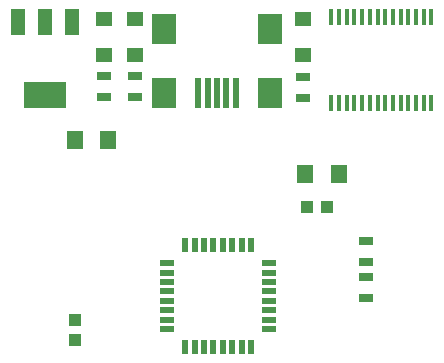
<source format=gtp>
G75*
G70*
%OFA0B0*%
%FSLAX24Y24*%
%IPPOS*%
%LPD*%
%AMOC8*
5,1,8,0,0,1.08239X$1,22.5*
%
%ADD10R,0.0500X0.0220*%
%ADD11R,0.0220X0.0500*%
%ADD12R,0.0472X0.0315*%
%ADD13R,0.0137X0.0550*%
%ADD14R,0.0551X0.0472*%
%ADD15R,0.0197X0.0984*%
%ADD16R,0.0787X0.0984*%
%ADD17R,0.0480X0.0880*%
%ADD18R,0.1417X0.0866*%
%ADD19R,0.0551X0.0630*%
%ADD20R,0.0394X0.0433*%
%ADD21R,0.0433X0.0394*%
D10*
X006511Y009039D03*
X006511Y009354D03*
X006511Y009669D03*
X006511Y009984D03*
X006511Y010299D03*
X006511Y010614D03*
X006511Y010929D03*
X006511Y011243D03*
X009891Y011243D03*
X009891Y010929D03*
X009891Y010614D03*
X009891Y010299D03*
X009891Y009984D03*
X009891Y009669D03*
X009891Y009354D03*
X009891Y009039D03*
D11*
X009303Y008451D03*
X008989Y008451D03*
X008674Y008451D03*
X008359Y008451D03*
X008044Y008451D03*
X007729Y008451D03*
X007414Y008451D03*
X007099Y008451D03*
X007099Y011831D03*
X007414Y011831D03*
X007729Y011831D03*
X008044Y011831D03*
X008359Y011831D03*
X008674Y011831D03*
X008989Y011831D03*
X009303Y011831D03*
D12*
X013141Y011985D03*
X013141Y011277D03*
X013141Y010795D03*
X013141Y010087D03*
X011021Y016747D03*
X011021Y017455D03*
X005421Y017495D03*
X005421Y016787D03*
X004381Y016787D03*
X004381Y017495D03*
D13*
X011978Y016572D03*
X012234Y016572D03*
X012490Y016572D03*
X012745Y016572D03*
X013001Y016572D03*
X013257Y016572D03*
X013513Y016572D03*
X013769Y016572D03*
X014025Y016572D03*
X014281Y016572D03*
X014537Y016572D03*
X014793Y016572D03*
X015049Y016572D03*
X015304Y016572D03*
X015304Y019450D03*
X015049Y019450D03*
X014793Y019450D03*
X014537Y019450D03*
X014281Y019450D03*
X014025Y019450D03*
X013769Y019450D03*
X013513Y019450D03*
X013257Y019450D03*
X013001Y019450D03*
X012745Y019450D03*
X012490Y019450D03*
X012234Y019450D03*
X011978Y019450D03*
D14*
X011021Y019372D03*
X011021Y018191D03*
X005421Y018191D03*
X005421Y019372D03*
X004381Y019372D03*
X004381Y018191D03*
D15*
X007531Y016897D03*
X007846Y016897D03*
X008161Y016897D03*
X008476Y016897D03*
X008791Y016897D03*
D16*
X009933Y016897D03*
X009933Y019062D03*
X006389Y019062D03*
X006389Y016897D03*
D17*
X003341Y019291D03*
X002431Y019291D03*
X001521Y019291D03*
D18*
X002431Y016851D03*
D19*
X003430Y015341D03*
X004532Y015341D03*
X011110Y014221D03*
X012212Y014221D03*
D20*
X003421Y008686D03*
X003421Y009356D03*
D21*
X011166Y013101D03*
X011836Y013101D03*
M02*

</source>
